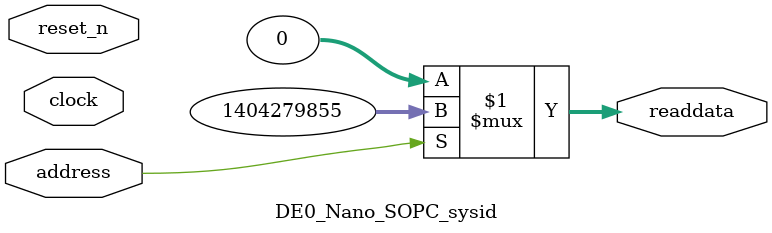
<source format=v>

`timescale 1ns / 1ps
// synthesis translate_on

// turn off superfluous verilog processor warnings 
// altera message_level Level1 
// altera message_off 10034 10035 10036 10037 10230 10240 10030 

module DE0_Nano_SOPC_sysid (
               // inputs:
                address,
                clock,
                reset_n,

               // outputs:
                readdata
             )
;

  output  [ 31: 0] readdata;
  input            address;
  input            clock;
  input            reset_n;

  wire    [ 31: 0] readdata;
  //control_slave, which is an e_avalon_slave
  assign readdata = address ? 1404279855 : 0;

endmodule




</source>
